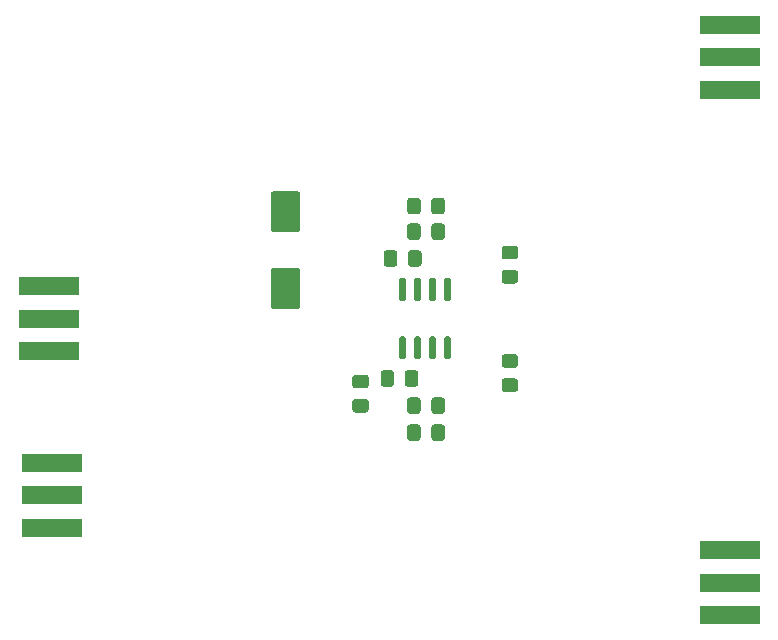
<source format=gbr>
%TF.GenerationSoftware,KiCad,Pcbnew,(5.1.6-0-10_14)*%
%TF.CreationDate,2020-08-19T15:58:13-07:00*%
%TF.ProjectId,single_ended_differential_converter,73696e67-6c65-45f6-956e-6465645f6469,rev?*%
%TF.SameCoordinates,Original*%
%TF.FileFunction,Paste,Top*%
%TF.FilePolarity,Positive*%
%FSLAX46Y46*%
G04 Gerber Fmt 4.6, Leading zero omitted, Abs format (unit mm)*
G04 Created by KiCad (PCBNEW (5.1.6-0-10_14)) date 2020-08-19 15:58:13*
%MOMM*%
%LPD*%
G01*
G04 APERTURE LIST*
%ADD10R,5.080000X1.600000*%
G04 APERTURE END LIST*
%TO.C,C3*%
G36*
G01*
X236204000Y-125298000D02*
X234204000Y-125298000D01*
G75*
G02*
X233954000Y-125048000I0J250000D01*
G01*
X233954000Y-122048000D01*
G75*
G02*
X234204000Y-121798000I250000J0D01*
G01*
X236204000Y-121798000D01*
G75*
G02*
X236454000Y-122048000I0J-250000D01*
G01*
X236454000Y-125048000D01*
G75*
G02*
X236204000Y-125298000I-250000J0D01*
G01*
G37*
G36*
G01*
X236204000Y-131798000D02*
X234204000Y-131798000D01*
G75*
G02*
X233954000Y-131548000I0J250000D01*
G01*
X233954000Y-128548000D01*
G75*
G02*
X234204000Y-128298000I250000J0D01*
G01*
X236204000Y-128298000D01*
G75*
G02*
X236454000Y-128548000I0J-250000D01*
G01*
X236454000Y-131548000D01*
G75*
G02*
X236204000Y-131798000I-250000J0D01*
G01*
G37*
%TD*%
%TO.C,U4*%
G36*
G01*
X245245000Y-131100000D02*
X244945000Y-131100000D01*
G75*
G02*
X244795000Y-130950000I0J150000D01*
G01*
X244795000Y-129300000D01*
G75*
G02*
X244945000Y-129150000I150000J0D01*
G01*
X245245000Y-129150000D01*
G75*
G02*
X245395000Y-129300000I0J-150000D01*
G01*
X245395000Y-130950000D01*
G75*
G02*
X245245000Y-131100000I-150000J0D01*
G01*
G37*
G36*
G01*
X246515000Y-131100000D02*
X246215000Y-131100000D01*
G75*
G02*
X246065000Y-130950000I0J150000D01*
G01*
X246065000Y-129300000D01*
G75*
G02*
X246215000Y-129150000I150000J0D01*
G01*
X246515000Y-129150000D01*
G75*
G02*
X246665000Y-129300000I0J-150000D01*
G01*
X246665000Y-130950000D01*
G75*
G02*
X246515000Y-131100000I-150000J0D01*
G01*
G37*
G36*
G01*
X247785000Y-131100000D02*
X247485000Y-131100000D01*
G75*
G02*
X247335000Y-130950000I0J150000D01*
G01*
X247335000Y-129300000D01*
G75*
G02*
X247485000Y-129150000I150000J0D01*
G01*
X247785000Y-129150000D01*
G75*
G02*
X247935000Y-129300000I0J-150000D01*
G01*
X247935000Y-130950000D01*
G75*
G02*
X247785000Y-131100000I-150000J0D01*
G01*
G37*
G36*
G01*
X249055000Y-131100000D02*
X248755000Y-131100000D01*
G75*
G02*
X248605000Y-130950000I0J150000D01*
G01*
X248605000Y-129300000D01*
G75*
G02*
X248755000Y-129150000I150000J0D01*
G01*
X249055000Y-129150000D01*
G75*
G02*
X249205000Y-129300000I0J-150000D01*
G01*
X249205000Y-130950000D01*
G75*
G02*
X249055000Y-131100000I-150000J0D01*
G01*
G37*
G36*
G01*
X249055000Y-136050000D02*
X248755000Y-136050000D01*
G75*
G02*
X248605000Y-135900000I0J150000D01*
G01*
X248605000Y-134250000D01*
G75*
G02*
X248755000Y-134100000I150000J0D01*
G01*
X249055000Y-134100000D01*
G75*
G02*
X249205000Y-134250000I0J-150000D01*
G01*
X249205000Y-135900000D01*
G75*
G02*
X249055000Y-136050000I-150000J0D01*
G01*
G37*
G36*
G01*
X247785000Y-136050000D02*
X247485000Y-136050000D01*
G75*
G02*
X247335000Y-135900000I0J150000D01*
G01*
X247335000Y-134250000D01*
G75*
G02*
X247485000Y-134100000I150000J0D01*
G01*
X247785000Y-134100000D01*
G75*
G02*
X247935000Y-134250000I0J-150000D01*
G01*
X247935000Y-135900000D01*
G75*
G02*
X247785000Y-136050000I-150000J0D01*
G01*
G37*
G36*
G01*
X246515000Y-136050000D02*
X246215000Y-136050000D01*
G75*
G02*
X246065000Y-135900000I0J150000D01*
G01*
X246065000Y-134250000D01*
G75*
G02*
X246215000Y-134100000I150000J0D01*
G01*
X246515000Y-134100000D01*
G75*
G02*
X246665000Y-134250000I0J-150000D01*
G01*
X246665000Y-135900000D01*
G75*
G02*
X246515000Y-136050000I-150000J0D01*
G01*
G37*
G36*
G01*
X245245000Y-136050000D02*
X244945000Y-136050000D01*
G75*
G02*
X244795000Y-135900000I0J150000D01*
G01*
X244795000Y-134250000D01*
G75*
G02*
X244945000Y-134100000I150000J0D01*
G01*
X245245000Y-134100000D01*
G75*
G02*
X245395000Y-134250000I0J-150000D01*
G01*
X245395000Y-135900000D01*
G75*
G02*
X245245000Y-136050000I-150000J0D01*
G01*
G37*
%TD*%
%TO.C,R7*%
G36*
G01*
X253749999Y-128475000D02*
X254650001Y-128475000D01*
G75*
G02*
X254900000Y-128724999I0J-249999D01*
G01*
X254900000Y-129375001D01*
G75*
G02*
X254650001Y-129625000I-249999J0D01*
G01*
X253749999Y-129625000D01*
G75*
G02*
X253500000Y-129375001I0J249999D01*
G01*
X253500000Y-128724999D01*
G75*
G02*
X253749999Y-128475000I249999J0D01*
G01*
G37*
G36*
G01*
X253749999Y-126425000D02*
X254650001Y-126425000D01*
G75*
G02*
X254900000Y-126674999I0J-249999D01*
G01*
X254900000Y-127325001D01*
G75*
G02*
X254650001Y-127575000I-249999J0D01*
G01*
X253749999Y-127575000D01*
G75*
G02*
X253500000Y-127325001I0J249999D01*
G01*
X253500000Y-126674999D01*
G75*
G02*
X253749999Y-126425000I249999J0D01*
G01*
G37*
%TD*%
%TO.C,R6*%
G36*
G01*
X254650001Y-136750000D02*
X253749999Y-136750000D01*
G75*
G02*
X253500000Y-136500001I0J249999D01*
G01*
X253500000Y-135849999D01*
G75*
G02*
X253749999Y-135600000I249999J0D01*
G01*
X254650001Y-135600000D01*
G75*
G02*
X254900000Y-135849999I0J-249999D01*
G01*
X254900000Y-136500001D01*
G75*
G02*
X254650001Y-136750000I-249999J0D01*
G01*
G37*
G36*
G01*
X254650001Y-138800000D02*
X253749999Y-138800000D01*
G75*
G02*
X253500000Y-138550001I0J249999D01*
G01*
X253500000Y-137899999D01*
G75*
G02*
X253749999Y-137650000I249999J0D01*
G01*
X254650001Y-137650000D01*
G75*
G02*
X254900000Y-137899999I0J-249999D01*
G01*
X254900000Y-138550001D01*
G75*
G02*
X254650001Y-138800000I-249999J0D01*
G01*
G37*
%TD*%
%TO.C,R5*%
G36*
G01*
X245569000Y-127958001D02*
X245569000Y-127057999D01*
G75*
G02*
X245818999Y-126808000I249999J0D01*
G01*
X246469001Y-126808000D01*
G75*
G02*
X246719000Y-127057999I0J-249999D01*
G01*
X246719000Y-127958001D01*
G75*
G02*
X246469001Y-128208000I-249999J0D01*
G01*
X245818999Y-128208000D01*
G75*
G02*
X245569000Y-127958001I0J249999D01*
G01*
G37*
G36*
G01*
X243519000Y-127958001D02*
X243519000Y-127057999D01*
G75*
G02*
X243768999Y-126808000I249999J0D01*
G01*
X244419001Y-126808000D01*
G75*
G02*
X244669000Y-127057999I0J-249999D01*
G01*
X244669000Y-127958001D01*
G75*
G02*
X244419001Y-128208000I-249999J0D01*
G01*
X243768999Y-128208000D01*
G75*
G02*
X243519000Y-127958001I0J249999D01*
G01*
G37*
%TD*%
%TO.C,R4*%
G36*
G01*
X245297000Y-138118001D02*
X245297000Y-137217999D01*
G75*
G02*
X245546999Y-136968000I249999J0D01*
G01*
X246197001Y-136968000D01*
G75*
G02*
X246447000Y-137217999I0J-249999D01*
G01*
X246447000Y-138118001D01*
G75*
G02*
X246197001Y-138368000I-249999J0D01*
G01*
X245546999Y-138368000D01*
G75*
G02*
X245297000Y-138118001I0J249999D01*
G01*
G37*
G36*
G01*
X243247000Y-138118001D02*
X243247000Y-137217999D01*
G75*
G02*
X243496999Y-136968000I249999J0D01*
G01*
X244147001Y-136968000D01*
G75*
G02*
X244397000Y-137217999I0J-249999D01*
G01*
X244397000Y-138118001D01*
G75*
G02*
X244147001Y-138368000I-249999J0D01*
G01*
X243496999Y-138368000D01*
G75*
G02*
X243247000Y-138118001I0J249999D01*
G01*
G37*
%TD*%
%TO.C,R3*%
G36*
G01*
X247550000Y-125672001D02*
X247550000Y-124771999D01*
G75*
G02*
X247799999Y-124522000I249999J0D01*
G01*
X248450001Y-124522000D01*
G75*
G02*
X248700000Y-124771999I0J-249999D01*
G01*
X248700000Y-125672001D01*
G75*
G02*
X248450001Y-125922000I-249999J0D01*
G01*
X247799999Y-125922000D01*
G75*
G02*
X247550000Y-125672001I0J249999D01*
G01*
G37*
G36*
G01*
X245500000Y-125672001D02*
X245500000Y-124771999D01*
G75*
G02*
X245749999Y-124522000I249999J0D01*
G01*
X246400001Y-124522000D01*
G75*
G02*
X246650000Y-124771999I0J-249999D01*
G01*
X246650000Y-125672001D01*
G75*
G02*
X246400001Y-125922000I-249999J0D01*
G01*
X245749999Y-125922000D01*
G75*
G02*
X245500000Y-125672001I0J249999D01*
G01*
G37*
%TD*%
%TO.C,R2*%
G36*
G01*
X247550000Y-142690001D02*
X247550000Y-141789999D01*
G75*
G02*
X247799999Y-141540000I249999J0D01*
G01*
X248450001Y-141540000D01*
G75*
G02*
X248700000Y-141789999I0J-249999D01*
G01*
X248700000Y-142690001D01*
G75*
G02*
X248450001Y-142940000I-249999J0D01*
G01*
X247799999Y-142940000D01*
G75*
G02*
X247550000Y-142690001I0J249999D01*
G01*
G37*
G36*
G01*
X245500000Y-142690001D02*
X245500000Y-141789999D01*
G75*
G02*
X245749999Y-141540000I249999J0D01*
G01*
X246400001Y-141540000D01*
G75*
G02*
X246650000Y-141789999I0J-249999D01*
G01*
X246650000Y-142690001D01*
G75*
G02*
X246400001Y-142940000I-249999J0D01*
G01*
X245749999Y-142940000D01*
G75*
G02*
X245500000Y-142690001I0J249999D01*
G01*
G37*
%TD*%
%TO.C,R1*%
G36*
G01*
X241103999Y-139397000D02*
X242004001Y-139397000D01*
G75*
G02*
X242254000Y-139646999I0J-249999D01*
G01*
X242254000Y-140297001D01*
G75*
G02*
X242004001Y-140547000I-249999J0D01*
G01*
X241103999Y-140547000D01*
G75*
G02*
X240854000Y-140297001I0J249999D01*
G01*
X240854000Y-139646999D01*
G75*
G02*
X241103999Y-139397000I249999J0D01*
G01*
G37*
G36*
G01*
X241103999Y-137347000D02*
X242004001Y-137347000D01*
G75*
G02*
X242254000Y-137596999I0J-249999D01*
G01*
X242254000Y-138247001D01*
G75*
G02*
X242004001Y-138497000I-249999J0D01*
G01*
X241103999Y-138497000D01*
G75*
G02*
X240854000Y-138247001I0J249999D01*
G01*
X240854000Y-137596999D01*
G75*
G02*
X241103999Y-137347000I249999J0D01*
G01*
G37*
%TD*%
D10*
%TO.C,JPOS1*%
X272796000Y-152170000D03*
X272796000Y-157710000D03*
X272796000Y-154940000D03*
%TD*%
%TO.C,JNEG1*%
X272796000Y-107696000D03*
X272796000Y-113236000D03*
X272796000Y-110466000D03*
%TD*%
%TO.C,J2*%
X215138000Y-135370000D03*
X215138000Y-129830000D03*
X215138000Y-132600000D03*
%TD*%
%TO.C,J1*%
X215392000Y-150320000D03*
X215392000Y-144780000D03*
X215392000Y-147550000D03*
%TD*%
%TO.C,C2*%
G36*
G01*
X247550000Y-140404001D02*
X247550000Y-139503999D01*
G75*
G02*
X247799999Y-139254000I249999J0D01*
G01*
X248450001Y-139254000D01*
G75*
G02*
X248700000Y-139503999I0J-249999D01*
G01*
X248700000Y-140404001D01*
G75*
G02*
X248450001Y-140654000I-249999J0D01*
G01*
X247799999Y-140654000D01*
G75*
G02*
X247550000Y-140404001I0J249999D01*
G01*
G37*
G36*
G01*
X245500000Y-140404001D02*
X245500000Y-139503999D01*
G75*
G02*
X245749999Y-139254000I249999J0D01*
G01*
X246400001Y-139254000D01*
G75*
G02*
X246650000Y-139503999I0J-249999D01*
G01*
X246650000Y-140404001D01*
G75*
G02*
X246400001Y-140654000I-249999J0D01*
G01*
X245749999Y-140654000D01*
G75*
G02*
X245500000Y-140404001I0J249999D01*
G01*
G37*
%TD*%
%TO.C,C1*%
G36*
G01*
X247550000Y-123513001D02*
X247550000Y-122612999D01*
G75*
G02*
X247799999Y-122363000I249999J0D01*
G01*
X248450001Y-122363000D01*
G75*
G02*
X248700000Y-122612999I0J-249999D01*
G01*
X248700000Y-123513001D01*
G75*
G02*
X248450001Y-123763000I-249999J0D01*
G01*
X247799999Y-123763000D01*
G75*
G02*
X247550000Y-123513001I0J249999D01*
G01*
G37*
G36*
G01*
X245500000Y-123513001D02*
X245500000Y-122612999D01*
G75*
G02*
X245749999Y-122363000I249999J0D01*
G01*
X246400001Y-122363000D01*
G75*
G02*
X246650000Y-122612999I0J-249999D01*
G01*
X246650000Y-123513001D01*
G75*
G02*
X246400001Y-123763000I-249999J0D01*
G01*
X245749999Y-123763000D01*
G75*
G02*
X245500000Y-123513001I0J249999D01*
G01*
G37*
%TD*%
M02*

</source>
